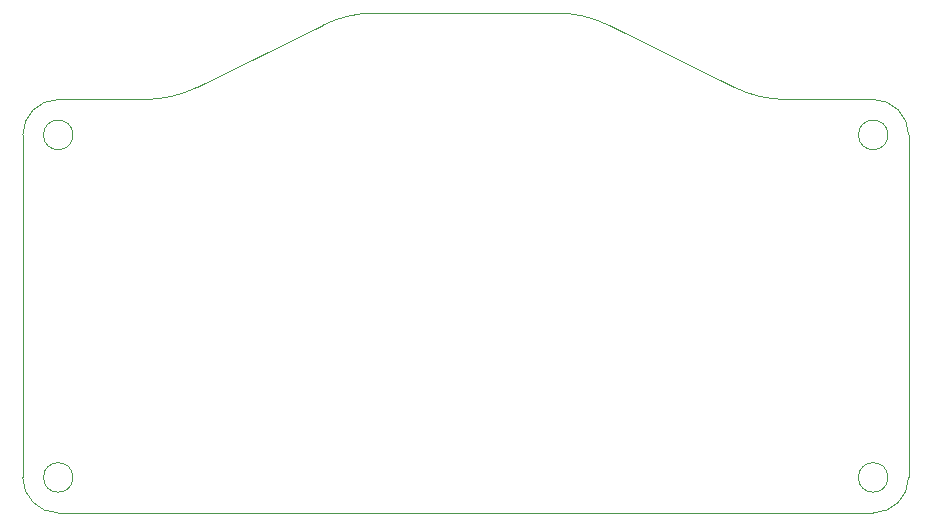
<source format=gbr>
G04 #@! TF.FileFunction,Profile,NP*
%FSLAX46Y46*%
G04 Gerber Fmt 4.6, Leading zero omitted, Abs format (unit mm)*
G04 Created by KiCad (PCBNEW 4.0.4-stable) date 07/06/18 22:39:36*
%MOMM*%
%LPD*%
G01*
G04 APERTURE LIST*
%ADD10C,0.100000*%
G04 APERTURE END LIST*
D10*
X172620000Y-65350000D02*
G75*
G02X175620000Y-68350000I0J-3000000D01*
G01*
X165287191Y-65350000D02*
X172620000Y-65350000D01*
X165287191Y-65350000D02*
G75*
G02X160859772Y-64316491I0J10000000D01*
G01*
X150213079Y-59059434D02*
X160859777Y-64316491D01*
X145785664Y-58025926D02*
G75*
G02X150213084Y-59059435I1J-10000000D01*
G01*
X130454335Y-58025926D02*
X145785665Y-58025926D01*
X126026915Y-59059435D02*
G75*
G02X130454334Y-58025926I4427420J-8966491D01*
G01*
X126026921Y-59059434D02*
X115380223Y-64316491D01*
X115380228Y-64316491D02*
G75*
G02X110952808Y-65350000I-4427419J8966491D01*
G01*
X103620000Y-65350000D02*
X110952809Y-65350000D01*
X100620000Y-68350000D02*
G75*
G02X103620000Y-65350000I3000000J0D01*
G01*
X104870000Y-68350000D02*
G75*
G03X104870000Y-68350000I-1250000J0D01*
G01*
X104870000Y-97350000D02*
G75*
G03X104870000Y-97350000I-1250000J0D01*
G01*
X173870000Y-68350000D02*
G75*
G03X173870000Y-68350000I-1250000J0D01*
G01*
X173870000Y-97350000D02*
G75*
G03X173870000Y-97350000I-1250000J0D01*
G01*
X175620000Y-68350000D02*
X175620000Y-97350000D01*
X175620000Y-97350000D02*
G75*
G02X172620000Y-100350000I-3000000J0D01*
G01*
X172620000Y-100350000D02*
X103620000Y-100350000D01*
X103620000Y-100350000D02*
G75*
G02X100620000Y-97350000I0J3000000D01*
G01*
X100620000Y-97350000D02*
X100620000Y-68350000D01*
M02*

</source>
